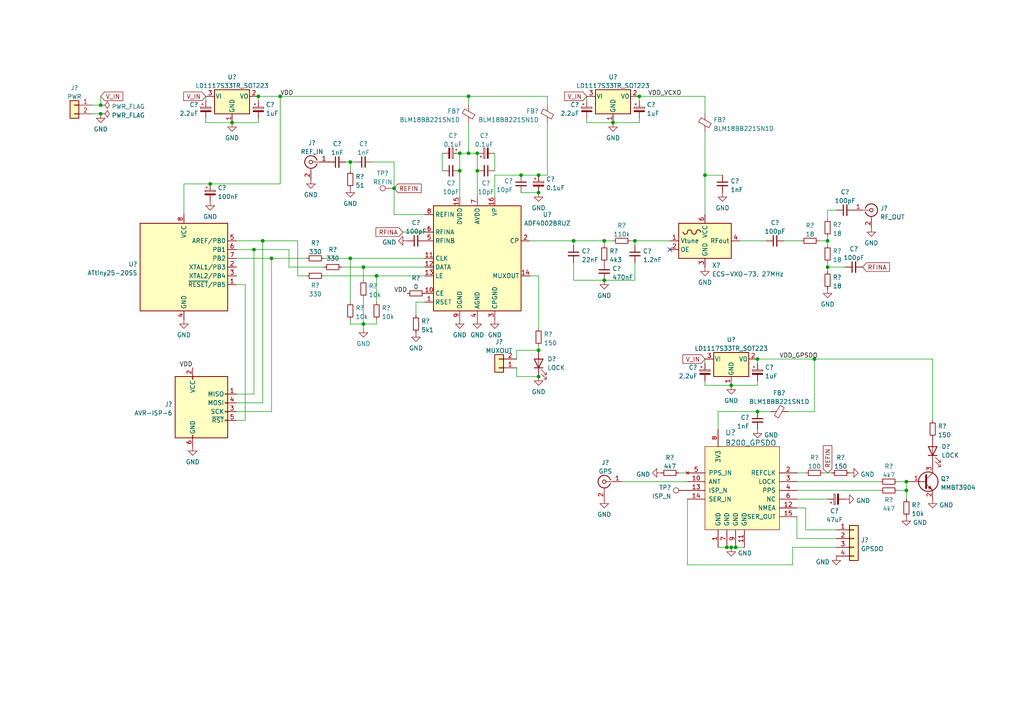
<source format=kicad_sch>
(kicad_sch (version 20211123) (generator eeschema)
  (paper "A4")
  (title_block (title "AD4002 27MHz PLL") (date "2022-04-08") (rev "1") (company "HB9EGM") (comment 1 "Compatible with USRP B200 GPSDO"))
  (lib_symbols
    (symbol "ADF4002_27MHz_PLL:B200_GPSDO" (pin_names (offset 1.016))
      (property "Reference" "U" (at 5.08 -10.16 0))
      (property "Value" "B200_GPSDO" (at 3.81 16.51 0))
      (symbol "B200_GPSDO_0_1"
        (rectangle (start -8.89 15.24) (end 12.7 -8.89) (fill (type background)))
      )
      (symbol "B200_GPSDO_1_1"
        (pin power_in line (at -5.08 -13.97 90) (length 5.08) (name "GND") (number "1"))
        (pin output line (at -13.97 5.08 0) (length 5.08) (name "ANT") (number "10"))
        (pin power_in line (at 2.54 -13.97 90) (length 5.08) (name "GND") (number "11"))
        (pin input line (at 17.78 -2.54 180) (length 5.08) (name "NMEA") (number "12"))
        (pin output line (at -13.97 2.54 0) (length 5.08) (name "ISP_N") (number "13"))
        (pin output line (at -13.97 0 0) (length 5.08) (name "SER_IN") (number "14"))
        (pin input line (at 17.78 -5.08 180) (length 5.08) (name "SER_OUT") (number "15"))
        (pin input line (at 17.78 7.62 180) (length 5.08) (name "REFCLK") (number "2"))
        (pin input line (at 17.78 5.08 180) (length 5.08) (name "LOCK") (number "3"))
        (pin input line (at 17.78 2.54 180) (length 5.08) (name "PPS") (number "4"))
        (pin no_connect line (at -13.97 7.62 0) (length 5.08) (name "PPS_IN") (number "5"))
        (pin input line (at 17.78 0 180) (length 5.08) (name "NC") (number "6"))
        (pin power_in line (at -2.54 -13.97 90) (length 5.08) (name "GND") (number "7"))
        (pin power_in line (at -5.08 20.32 270) (length 5.08) (name "3V3") (number "8"))
        (pin power_in line (at 0 -13.97 90) (length 5.08) (name "GND") (number "9"))
      )
    )
    (symbol "ADF4002_27MHz_PLL:ECS-VXO-73"
      (property "Reference" "X" (at -7.62 6.35 0))
      (property "Value" "ECS-VXO-73" (at 2.54 6.35 0))
      (symbol "ECS-VXO-73_0_1"
        (rectangle (start -7.62 5.08) (end 7.62 -5.08) (stroke (width 0.254)) (fill (type background)))
        (arc (start -6.35 2.54) (mid -5.715 1.905) (end -5.08 2.54) (stroke (width 0.254)))
        (arc (start -3.81 2.54) (mid -4.445 3.175) (end -5.08 2.54) (stroke (width 0.254)))
        (arc (start -3.81 2.54) (mid -3.175 1.905) (end -2.54 2.54) (stroke (width 0.254)))
        (arc (start -1.27 2.54) (mid -1.905 3.175) (end -2.54 2.54) (stroke (width 0.254)))
      )
      (symbol "ECS-VXO-73_1_1"
        (pin input line (at -10.16 0 0) (length 2.54) (name "Vtune") (number "1"))
        (pin input line (at -10.16 -2.54 0) (length 2.54) (name "OE") (number "2"))
        (pin power_in line (at 0 -7.62 90) (length 2.54) (name "GND") (number "3"))
        (pin output line (at 10.16 0 180) (length 2.54) (name "RFout") (number "4"))
        (pin no_connect line (at 2.54 7.62 270) (length 2.54) hide (name "NC") (number "5"))
        (pin power_in line (at 0 7.62 270) (length 2.54) (name "VCC") (number "6"))
      )
    )
    (symbol "Connector:AVR-ISP-6" (pin_names (offset 1.016))
      (property "Reference" "J" (at -6.35 11.43 0))
      (property "Value" "AVR-ISP-6" (at 0 11.43 0))
      (symbol "AVR-ISP-6_0_1"
        (rectangle (start -2.667 -6.858) (end -2.413 -7.62))
        (rectangle (start -2.667 10.16) (end -2.413 9.398))
        (rectangle (start 7.62 -2.413) (end 6.858 -2.667))
        (rectangle (start 7.62 0.127) (end 6.858 -0.127))
        (rectangle (start 7.62 2.667) (end 6.858 2.413))
        (rectangle (start 7.62 5.207) (end 6.858 4.953))
        (rectangle (start 7.62 10.16) (end -7.62 -7.62) (stroke (width 0.254)) (fill (type background)))
      )
      (symbol "AVR-ISP-6_1_1"
        (pin passive line (at 10.16 5.08 180) (length 2.54) (name "MISO") (number "1"))
        (pin passive line (at -2.54 12.7 270) (length 2.54) (name "VCC") (number "2"))
        (pin passive line (at 10.16 0 180) (length 2.54) (name "SCK") (number "3"))
        (pin passive line (at 10.16 2.54 180) (length 2.54) (name "MOSI") (number "4"))
        (pin passive line (at 10.16 -2.54 180) (length 2.54) (name "~{RST}") (number "5"))
        (pin passive line (at -2.54 -10.16 90) (length 2.54) (name "GND") (number "6"))
      )
    )
    (symbol "Connector:Conn_Coaxial" (pin_names (offset 1.016) hide)
      (property "Reference" "J" (at 0.254 3.048 0))
      (property "Value" "Conn_Coaxial" (at 2.921 0 90))
      (symbol "Conn_Coaxial_0_1"
        (arc (start -1.778 -0.508) (mid 0.222 -1.808) (end 1.778 0) (stroke (width 0.254)))
        (polyline (pts (xy -2.54 0) (xy -0.508 0)))
        (polyline (pts (xy 0 -2.54) (xy 0 -1.778)))
        (circle (center 0 0) (radius 0.508) (stroke (width 0.2032)))
        (arc (start 1.778 0) (mid 0.222 1.8083) (end -1.778 0.508) (stroke (width 0.254)))
      )
      (symbol "Conn_Coaxial_1_1"
        (pin passive line (at -5.08 0 0) (length 2.54) (name "In") (number "1"))
        (pin passive line (at 0 -5.08 90) (length 2.54) (name "Ext") (number "2"))
      )
    )
    (symbol "Connector:TestPoint" (pin_numbers hide) (pin_names (offset 0.762) hide)
      (property "Reference" "TP" (at 0 6.858 0))
      (property "Value" "TestPoint" (at 0 5.08 0))
      (symbol "TestPoint_0_1"
        (circle (center 0 3.302) (radius 0.762))
      )
      (symbol "TestPoint_1_1"
        (pin passive line (at 0 0 90) (length 2.54) (name "1") (number "1"))
      )
    )
    (symbol "Connector_Generic:Conn_01x02" (pin_names (offset 1.016) hide)
      (property "Reference" "J" (at 0 2.54 0))
      (property "Value" "Conn_01x02" (at 0 -5.08 0))
      (symbol "Conn_01x02_1_1"
        (rectangle (start -1.27 -2.413) (end 0 -2.667) (stroke (width 0.1524)))
        (rectangle (start -1.27 0.127) (end 0 -0.127) (stroke (width 0.1524)))
        (rectangle (start -1.27 1.27) (end 1.27 -3.81) (stroke (width 0.254)) (fill (type background)))
        (pin passive line (at -5.08 0 0) (length 3.81) (name "Pin_1") (number "1"))
        (pin passive line (at -5.08 -2.54 0) (length 3.81) (name "Pin_2") (number "2"))
      )
    )
    (symbol "Connector_Generic:Conn_01x04" (pin_names (offset 1.016) hide)
      (property "Reference" "J" (at 0 5.08 0))
      (property "Value" "Conn_01x04" (at 0 -7.62 0))
      (symbol "Conn_01x04_1_1"
        (rectangle (start -1.27 -4.953) (end 0 -5.207) (stroke (width 0.1524)))
        (rectangle (start -1.27 -2.413) (end 0 -2.667) (stroke (width 0.1524)))
        (rectangle (start -1.27 0.127) (end 0 -0.127) (stroke (width 0.1524)))
        (rectangle (start -1.27 2.667) (end 0 2.413) (stroke (width 0.1524)))
        (rectangle (start -1.27 3.81) (end 1.27 -6.35) (stroke (width 0.254)) (fill (type background)))
        (pin passive line (at -5.08 2.54 0) (length 3.81) (name "Pin_1") (number "1"))
        (pin passive line (at -5.08 0 0) (length 3.81) (name "Pin_2") (number "2"))
        (pin passive line (at -5.08 -2.54 0) (length 3.81) (name "Pin_3") (number "3"))
        (pin passive line (at -5.08 -5.08 0) (length 3.81) (name "Pin_4") (number "4"))
      )
    )
    (symbol "Device:C_Polarized_Small" (pin_numbers hide) (pin_names (offset 0.254) hide)
      (property "Reference" "C" (at 0.254 1.778 0))
      (property "Value" "C_Polarized_Small" (at 0.254 -2.032 0))
      (symbol "C_Polarized_Small_0_1"
        (rectangle (start -1.524 -0.3048) (end 1.524 -0.6858) (fill (type outline)))
        (rectangle (start -1.524 0.6858) (end 1.524 0.3048))
        (polyline (pts (xy -1.27 1.524) (xy -0.762 1.524)))
        (polyline (pts (xy -1.016 1.27) (xy -1.016 1.778)))
      )
      (symbol "C_Polarized_Small_1_1"
        (pin passive line (at 0 2.54 270) (length 1.8542) (name "~") (number "1"))
        (pin passive line (at 0 -2.54 90) (length 1.8542) (name "~") (number "2"))
      )
    )
    (symbol "Device:C_Small" (pin_numbers hide) (pin_names (offset 0.254) hide)
      (property "Reference" "C" (at 0.254 1.778 0))
      (property "Value" "C_Small" (at 0.254 -2.032 0))
      (symbol "C_Small_0_1"
        (polyline (pts (xy -1.524 -0.508) (xy 1.524 -0.508)) (stroke (width 0.3302)))
        (polyline (pts (xy -1.524 0.508) (xy 1.524 0.508)) (stroke (width 0.3048)))
      )
      (symbol "C_Small_1_1"
        (pin passive line (at 0 2.54 270) (length 2.032) (name "~") (number "1"))
        (pin passive line (at 0 -2.54 90) (length 2.032) (name "~") (number "2"))
      )
    )
    (symbol "Device:FerriteBead_Small" (pin_numbers hide) (pin_names (offset 0))
      (property "Reference" "FB" (at 1.905 1.27 0))
      (property "Value" "FerriteBead_Small" (at 1.905 -1.27 0))
      (symbol "FerriteBead_Small_0_1"
        (polyline (pts (xy 0 -1.27) (xy 0 -0.7874)))
        (polyline (pts (xy 0 0.889) (xy 0 1.2954)))
        (polyline (pts (xy -1.8288 0.2794) (xy -1.1176 1.4986) (xy 1.8288 -0.2032) (xy 1.1176 -1.4224) (xy -1.8288 0.2794)))
      )
      (symbol "FerriteBead_Small_1_1"
        (pin passive line (at 0 2.54 270) (length 1.27) (name "~") (number "1"))
        (pin passive line (at 0 -2.54 90) (length 1.27) (name "~") (number "2"))
      )
    )
    (symbol "Device:LED" (pin_numbers hide) (pin_names (offset 1.016) hide)
      (property "Reference" "D" (at 0 2.54 0))
      (property "Value" "LED" (at 0 -2.54 0))
      (symbol "LED_0_1"
        (polyline (pts (xy -1.27 -1.27) (xy -1.27 1.27)) (stroke (width 0.254)))
        (polyline (pts (xy -1.27 0) (xy 1.27 0)))
        (polyline (pts (xy 1.27 -1.27) (xy 1.27 1.27) (xy -1.27 0) (xy 1.27 -1.27)) (stroke (width 0.254)))
        (polyline (pts (xy -3.048 -0.762) (xy -4.572 -2.286) (xy -3.81 -2.286) (xy -4.572 -2.286) (xy -4.572 -1.524)))
        (polyline (pts (xy -1.778 -0.762) (xy -3.302 -2.286) (xy -2.54 -2.286) (xy -3.302 -2.286) (xy -3.302 -1.524)))
      )
      (symbol "LED_1_1"
        (pin passive line (at -3.81 0 0) (length 2.54) (name "K") (number "1"))
        (pin passive line (at 3.81 0 180) (length 2.54) (name "A") (number "2"))
      )
    )
    (symbol "Device:R_Small" (pin_numbers hide) (pin_names (offset 0.254) hide)
      (property "Reference" "R" (at 0.762 0.508 0))
      (property "Value" "R_Small" (at 0.762 -1.016 0))
      (symbol "R_Small_0_1"
        (rectangle (start -0.762 1.778) (end 0.762 -1.778) (stroke (width 0.2032)))
      )
      (symbol "R_Small_1_1"
        (pin passive line (at 0 2.54 270) (length 0.762) (name "~") (number "1"))
        (pin passive line (at 0 -2.54 90) (length 0.762) (name "~") (number "2"))
      )
    )
    (symbol "MCU_Microchip_ATtiny:ATtiny25-20SS"
      (property "Reference" "U" (at -12.7 13.97 0))
      (property "Value" "ATtiny25-20SS" (at 2.54 -13.97 0))
      (symbol "ATtiny25-20SS_0_1"
        (rectangle (start -12.7 -12.7) (end 12.7 12.7) (stroke (width 0.254)) (fill (type background)))
      )
      (symbol "ATtiny25-20SS_1_1"
        (pin bidirectional line (at 15.24 -5.08 180) (length 2.54) (name "~{RESET}/PB5") (number "1"))
        (pin bidirectional line (at 15.24 0 180) (length 2.54) (name "XTAL1/PB3") (number "2"))
        (pin bidirectional line (at 15.24 -2.54 180) (length 2.54) (name "XTAL2/PB4") (number "3"))
        (pin power_in line (at 0 -15.24 90) (length 2.54) (name "GND") (number "4"))
        (pin bidirectional line (at 15.24 7.62 180) (length 2.54) (name "AREF/PB0") (number "5"))
        (pin bidirectional line (at 15.24 5.08 180) (length 2.54) (name "PB1") (number "6"))
        (pin bidirectional line (at 15.24 2.54 180) (length 2.54) (name "PB2") (number "7"))
        (pin power_in line (at 0 15.24 270) (length 2.54) (name "VCC") (number "8"))
      )
    )
    (symbol "Regulator_Linear:LD1117S33TR_SOT223" (pin_names (offset 0.254))
      (property "Reference" "U" (at -3.81 3.175 0))
      (property "Value" "LD1117S33TR_SOT223" (at 0 3.175 0))
      (symbol "LD1117S33TR_SOT223_0_1"
        (rectangle (start -5.08 -5.08) (end 5.08 1.905) (stroke (width 0.254)) (fill (type background)))
      )
      (symbol "LD1117S33TR_SOT223_1_1"
        (pin power_in line (at 0 -7.62 90) (length 2.54) (name "GND") (number "1"))
        (pin power_out line (at 7.62 0 180) (length 2.54) (name "VO") (number "2"))
        (pin power_in line (at -7.62 0 0) (length 2.54) (name "VI") (number "3"))
      )
    )
    (symbol "Timer_PLL:ADF4002BRUZ"
      (property "Reference" "U" (at 12.7 16.51 0))
      (property "Value" "ADF4002BRUZ" (at 0 0 0))
      (symbol "ADF4002BRUZ_0_1"
        (rectangle (start -12.7 15.24) (end 12.7 -15.24) (stroke (width 0.254)) (fill (type background)))
      )
      (symbol "ADF4002BRUZ_1_1"
        (pin input line (at -15.24 -12.7 0) (length 2.54) (name "RSET") (number "1"))
        (pin input line (at -15.24 -10.16 0) (length 2.54) (name "CE") (number "10"))
        (pin input line (at -15.24 0 0) (length 2.54) (name "CLK") (number "11"))
        (pin input line (at -15.24 -2.54 0) (length 2.54) (name "DATA") (number "12"))
        (pin input line (at -15.24 -5.08 0) (length 2.54) (name "LE") (number "13"))
        (pin output line (at 15.24 -5.08 180) (length 2.54) (name "MUXOUT") (number "14"))
        (pin power_in line (at -5.08 17.78 270) (length 2.54) (name "DVDD") (number "15"))
        (pin power_in line (at 5.08 17.78 270) (length 2.54) (name "VP") (number "16"))
        (pin output line (at 15.24 5.08 180) (length 2.54) (name "CP") (number "2"))
        (pin power_in line (at 5.08 -17.78 90) (length 2.54) (name "CPGND") (number "3"))
        (pin power_in line (at 0 -17.78 90) (length 2.54) (name "AGND") (number "4"))
        (pin input line (at -15.24 5.08 0) (length 2.54) (name "RFINB") (number "5"))
        (pin input line (at -15.24 7.62 0) (length 2.54) (name "RFINA") (number "6"))
        (pin power_in line (at 0 17.78 270) (length 2.54) (name "AVDD") (number "7"))
        (pin input line (at -15.24 12.7 0) (length 2.54) (name "REFIN") (number "8"))
        (pin power_in line (at -5.08 -17.78 90) (length 2.54) (name "DGND") (number "9"))
      )
    )
    (symbol "Transistor_BJT:MMBT3904" (pin_names (offset 0) hide)
      (property "Reference" "Q" (at 5.08 1.905 0))
      (property "Value" "MMBT3904" (at 5.08 0 0))
      (symbol "MMBT3904_0_1"
        (polyline (pts (xy 0.635 0.635) (xy 2.54 2.54)))
        (polyline (pts (xy 0.635 -0.635) (xy 2.54 -2.54) (xy 2.54 -2.54)))
        (polyline (pts (xy 0.635 1.905) (xy 0.635 -1.905) (xy 0.635 -1.905)) (stroke (width 0.508)))
        (polyline (pts (xy 1.27 -1.778) (xy 1.778 -1.27) (xy 2.286 -2.286) (xy 1.27 -1.778) (xy 1.27 -1.778)) (fill (type outline)))
        (circle (center 1.27 0) (radius 2.8194) (stroke (width 0.254)))
      )
      (symbol "MMBT3904_1_1"
        (pin input line (at -5.08 0 0) (length 5.715) (name "B") (number "1"))
        (pin passive line (at 2.54 -5.08 90) (length 2.54) (name "E") (number "2"))
        (pin passive line (at 2.54 5.08 270) (length 2.54) (name "C") (number "3"))
      )
    )
    (symbol "power:GND" (power) (pin_names (offset 0))
      (property "Value" "GND" (at 0 -3.81 0))
      (symbol "GND_0_1"
        (polyline (pts (xy 0 0) (xy 0 -1.27) (xy 1.27 -1.27) (xy 0 -2.54) (xy -1.27 -1.27) (xy 0 -1.27)))
      )
      (symbol "GND_1_1"
        (pin power_in line (at 0 0 270) (length 0) hide (name "GND") (number "1"))
      )
    )
    (symbol "power:PWR_FLAG" (power) (pin_numbers hide) (pin_names (offset 0) hide)
      (property "Value" "PWR_FLAG" (at 0 3.81 0))
      (symbol "PWR_FLAG_0_0"
        (pin power_out line (at 0 0 90) (length 0) (name "pwr") (number "1"))
      )
      (symbol "PWR_FLAG_0_1"
        (polyline (pts (xy 0 0) (xy 0 1.27) (xy -1.016 1.905) (xy 0 2.54) (xy 1.016 1.905) (xy 0 1.27)))
      )
    )
  )
  (junction (at 151.13 50.8))
  (junction (at 212.09 111.76))
  (junction (at 240.03 69.85))
  (junction (at 29.21 33.02))
  (junction (at 138.43 49.53))
  (junction (at 101.6 74.93))
  (junction (at 114.3 54.61))
  (junction (at 81.28 27.94))
  (junction (at 67.31 35.56))
  (junction (at 184.15 69.85))
  (junction (at 105.41 77.47))
  (junction (at 135.89 44.45))
  (junction (at 156.21 55.88))
  (junction (at 133.35 44.45))
  (junction (at 262.89 142.24))
  (junction (at 204.47 50.8))
  (junction (at 185.42 27.94))
  (junction (at 156.21 101.6))
  (junction (at 213.36 158.75))
  (junction (at 240.03 77.47))
  (junction (at 177.8 35.56))
  (junction (at 101.6 46.99))
  (junction (at 175.26 69.85))
  (junction (at 166.37 69.85))
  (junction (at 76.2 69.85))
  (junction (at 219.71 119.38))
  (junction (at 133.35 49.53))
  (junction (at 175.26 81.28))
  (junction (at 135.89 27.94))
  (junction (at 109.22 80.01))
  (junction (at 262.89 139.7))
  (junction (at 73.66 72.39))
  (junction (at 74.93 27.94))
  (junction (at 29.21 30.48))
  (junction (at 138.43 44.45))
  (junction (at 78.74 74.93))
  (junction (at 212.09 158.75))
  (junction (at 156.21 50.8))
  (junction (at 156.21 109.22))
  (junction (at 60.96 53.34))
  (junction (at 105.41 93.98))
  (junction (at 236.22 104.14))
  (junction (at 219.71 104.14))
  (junction (at 210.82 158.75))
  (no_connect (at 194.31 72.39))
  (wire (pts (xy 212.09 158.75) (xy 213.36 158.75)))
  (wire (pts (xy 151.13 55.88) (xy 156.21 55.88)))
  (wire (pts (xy 227.33 69.85) (xy 232.41 69.85)))
  (wire (pts (xy 166.37 81.28) (xy 175.26 81.28)))
  (wire (pts (xy 156.21 80.01) (xy 153.67 80.01)))
  (wire (pts (xy 166.37 69.85) (xy 175.26 69.85)))
  (wire (pts (xy 138.43 49.53) (xy 138.43 57.15)))
  (wire (pts (xy 74.93 35.56) (xy 74.93 34.29)))
  (wire (pts (xy 29.21 33.02) (xy 26.67 33.02)))
  (wire (pts (xy 114.3 62.23) (xy 114.3 54.61)))
  (wire (pts (xy 143.51 44.45) (xy 143.51 49.53)))
  (wire (pts (xy 204.47 33.02) (xy 204.47 27.94)))
  (wire (pts (xy 105.41 86.36) (xy 105.41 93.98)))
  (wire (pts (xy 184.15 71.12) (xy 184.15 69.85)))
  (wire (pts (xy 83.82 77.47) (xy 93.98 77.47)))
  (wire (pts (xy 170.18 27.94) (xy 170.18 29.21)))
  (wire (pts (xy 231.14 139.7) (xy 255.27 139.7)))
  (wire (pts (xy 204.47 111.76) (xy 212.09 111.76)))
  (wire (pts (xy 233.68 153.67) (xy 233.68 147.32)))
  (wire (pts (xy 210.82 158.75) (xy 212.09 158.75)))
  (wire (pts (xy 73.66 72.39) (xy 73.66 114.3)))
  (wire (pts (xy 68.58 121.92) (xy 71.12 121.92)))
  (wire (pts (xy 135.89 44.45) (xy 138.43 44.45)))
  (wire (pts (xy 170.18 34.29) (xy 170.18 35.56)))
  (wire (pts (xy 101.6 46.99) (xy 102.87 46.99)))
  (wire (pts (xy 59.69 27.94) (xy 59.69 29.21)))
  (wire (pts (xy 135.89 27.94) (xy 158.75 27.94)))
  (wire (pts (xy 185.42 27.94) (xy 204.47 27.94)))
  (wire (pts (xy 214.63 69.85) (xy 222.25 69.85)))
  (wire (pts (xy 233.68 147.32) (xy 231.14 147.32)))
  (wire (pts (xy 213.36 158.75) (xy 215.9 158.75)))
  (wire (pts (xy 135.89 44.45) (xy 133.35 44.45)))
  (wire (pts (xy 86.36 80.01) (xy 86.36 69.85)))
  (wire (pts (xy 60.96 53.34) (xy 53.34 53.34)))
  (wire (pts (xy 86.36 69.85) (xy 76.2 69.85)))
  (wire (pts (xy 78.74 74.93) (xy 78.74 119.38)))
  (wire (pts (xy 59.69 35.56) (xy 67.31 35.56)))
  (wire (pts (xy 73.66 72.39) (xy 83.82 72.39)))
  (wire (pts (xy 138.43 44.45) (xy 138.43 49.53)))
  (wire (pts (xy 170.18 35.56) (xy 177.8 35.56)))
  (wire (pts (xy 114.3 54.61) (xy 114.3 46.99)))
  (wire (pts (xy 238.76 137.16) (xy 241.3 137.16)))
  (wire (pts (xy 149.86 109.22) (xy 156.21 109.22)))
  (wire (pts (xy 143.51 50.8) (xy 151.13 50.8)))
  (wire (pts (xy 240.03 77.47) (xy 245.11 77.47)))
  (wire (pts (xy 109.22 80.01) (xy 123.19 80.01)))
  (wire (pts (xy 240.03 69.85) (xy 240.03 68.58)))
  (wire (pts (xy 231.14 142.24) (xy 255.27 142.24)))
  (wire (pts (xy 73.66 114.3) (xy 68.58 114.3)))
  (wire (pts (xy 53.34 53.34) (xy 53.34 62.23)))
  (wire (pts (xy 156.21 95.25) (xy 156.21 80.01)))
  (wire (pts (xy 184.15 69.85) (xy 194.31 69.85)))
  (wire (pts (xy 185.42 35.56) (xy 185.42 34.29)))
  (wire (pts (xy 135.89 27.94) (xy 135.89 30.48)))
  (wire (pts (xy 120.65 87.63) (xy 123.19 87.63)))
  (wire (pts (xy 78.74 119.38) (xy 68.58 119.38)))
  (wire (pts (xy 240.03 69.85) (xy 240.03 71.12)))
  (wire (pts (xy 175.26 69.85) (xy 175.26 71.12)))
  (wire (pts (xy 101.6 93.98) (xy 105.41 93.98)))
  (wire (pts (xy 100.33 46.99) (xy 101.6 46.99)))
  (wire (pts (xy 86.36 80.01) (xy 88.9 80.01)))
  (wire (pts (xy 99.06 77.47) (xy 105.41 77.47)))
  (wire (pts (xy 242.57 156.21) (xy 231.14 156.21)))
  (wire (pts (xy 219.71 104.14) (xy 236.22 104.14)))
  (wire (pts (xy 236.22 104.14) (xy 270.51 104.14)))
  (wire (pts (xy 228.6 119.38) (xy 236.22 119.38)))
  (wire (pts (xy 105.41 93.98) (xy 105.41 95.25)))
  (wire (pts (xy 208.28 158.75) (xy 210.82 158.75)))
  (wire (pts (xy 26.67 30.48) (xy 29.21 30.48)))
  (wire (pts (xy 76.2 116.84) (xy 68.58 116.84)))
  (wire (pts (xy 175.26 69.85) (xy 177.8 69.85)))
  (wire (pts (xy 184.15 69.85) (xy 182.88 69.85)))
  (wire (pts (xy 120.65 91.44) (xy 120.65 87.63)))
  (wire (pts (xy 109.22 92.71) (xy 109.22 93.98)))
  (wire (pts (xy 196.85 137.16) (xy 199.39 137.16)))
  (wire (pts (xy 68.58 69.85) (xy 76.2 69.85)))
  (wire (pts (xy 240.03 60.96) (xy 240.03 63.5)))
  (wire (pts (xy 107.95 46.99) (xy 114.3 46.99)))
  (wire (pts (xy 219.71 119.38) (xy 223.52 119.38)))
  (wire (pts (xy 67.31 35.56) (xy 74.93 35.56)))
  (wire (pts (xy 133.35 49.53) (xy 133.35 57.15)))
  (wire (pts (xy 105.41 77.47) (xy 105.41 81.28)))
  (wire (pts (xy 101.6 74.93) (xy 101.6 87.63)))
  (wire (pts (xy 231.14 144.78) (xy 240.03 144.78)))
  (wire (pts (xy 149.86 104.14) (xy 149.86 101.6)))
  (wire (pts (xy 101.6 46.99) (xy 101.6 49.53)))
  (wire (pts (xy 262.89 142.24) (xy 262.89 139.7)))
  (wire (pts (xy 81.28 27.94) (xy 135.89 27.94)))
  (wire (pts (xy 204.47 104.14) (xy 204.47 105.41)))
  (wire (pts (xy 74.93 27.94) (xy 81.28 27.94)))
  (wire (pts (xy 229.87 158.75) (xy 229.87 163.83)))
  (wire (pts (xy 29.21 27.94) (xy 29.21 30.48)))
  (wire (pts (xy 260.35 142.24) (xy 262.89 142.24)))
  (wire (pts (xy 133.35 44.45) (xy 133.35 49.53)))
  (wire (pts (xy 229.87 163.83) (xy 199.39 163.83)))
  (wire (pts (xy 240.03 77.47) (xy 240.03 78.74)))
  (wire (pts (xy 149.86 106.68) (xy 149.86 109.22)))
  (wire (pts (xy 116.84 67.31) (xy 123.19 67.31)))
  (wire (pts (xy 260.35 139.7) (xy 262.89 139.7)))
  (wire (pts (xy 204.47 110.49) (xy 204.47 111.76)))
  (wire (pts (xy 184.15 81.28) (xy 175.26 81.28)))
  (wire (pts (xy 93.98 80.01) (xy 109.22 80.01)))
  (wire (pts (xy 143.51 57.15) (xy 143.51 50.8)))
  (wire (pts (xy 101.6 93.98) (xy 101.6 92.71)))
  (wire (pts (xy 71.12 121.92) (xy 71.12 82.55)))
  (wire (pts (xy 242.57 153.67) (xy 233.68 153.67)))
  (wire (pts (xy 180.34 139.7) (xy 199.39 139.7)))
  (wire (pts (xy 109.22 93.98) (xy 105.41 93.98)))
  (wire (pts (xy 166.37 76.2) (xy 166.37 81.28)))
  (wire (pts (xy 156.21 100.33) (xy 156.21 101.6)))
  (wire (pts (xy 219.71 105.41) (xy 219.71 104.14)))
  (wire (pts (xy 153.67 69.85) (xy 166.37 69.85)))
  (wire (pts (xy 242.57 158.75) (xy 229.87 158.75)))
  (wire (pts (xy 158.75 30.48) (xy 158.75 27.94)))
  (wire (pts (xy 101.6 74.93) (xy 123.19 74.93)))
  (wire (pts (xy 204.47 38.1) (xy 204.47 50.8)))
  (wire (pts (xy 212.09 111.76) (xy 219.71 111.76)))
  (wire (pts (xy 135.89 35.56) (xy 135.89 44.45)))
  (wire (pts (xy 240.03 76.2) (xy 240.03 77.47)))
  (wire (pts (xy 177.8 35.56) (xy 185.42 35.56)))
  (wire (pts (xy 76.2 69.85) (xy 76.2 116.84)))
  (wire (pts (xy 105.41 77.47) (xy 123.19 77.47)))
  (wire (pts (xy 231.14 137.16) (xy 233.68 137.16)))
  (wire (pts (xy 219.71 111.76) (xy 219.71 110.49)))
  (wire (pts (xy 158.75 35.56) (xy 158.75 50.8)))
  (wire (pts (xy 237.49 69.85) (xy 240.03 69.85)))
  (wire (pts (xy 123.19 62.23) (xy 114.3 62.23)))
  (wire (pts (xy 231.14 156.21) (xy 231.14 149.86)))
  (wire (pts (xy 128.27 44.45) (xy 128.27 49.53)))
  (wire (pts (xy 93.98 74.93) (xy 101.6 74.93)))
  (wire (pts (xy 149.86 101.6) (xy 156.21 101.6)))
  (wire (pts (xy 242.57 60.96) (xy 240.03 60.96)))
  (wire (pts (xy 236.22 119.38) (xy 236.22 104.14)))
  (wire (pts (xy 68.58 74.93) (xy 78.74 74.93)))
  (wire (pts (xy 270.51 121.92) (xy 270.51 104.14)))
  (wire (pts (xy 204.47 50.8) (xy 209.55 50.8)))
  (wire (pts (xy 208.28 119.38) (xy 208.28 124.46)))
  (wire (pts (xy 204.47 50.8) (xy 204.47 62.23)))
  (wire (pts (xy 81.28 53.34) (xy 81.28 27.94)))
  (wire (pts (xy 78.74 74.93) (xy 88.9 74.93)))
  (wire (pts (xy 208.28 119.38) (xy 219.71 119.38)))
  (wire (pts (xy 59.69 34.29) (xy 59.69 35.56)))
  (wire (pts (xy 199.39 163.83) (xy 199.39 144.78)))
  (wire (pts (xy 71.12 82.55) (xy 68.58 82.55)))
  (wire (pts (xy 185.42 29.21) (xy 185.42 27.94)))
  (wire (pts (xy 262.89 142.24) (xy 262.89 144.78)))
  (wire (pts (xy 74.93 29.21) (xy 74.93 27.94)))
  (wire (pts (xy 166.37 69.85) (xy 166.37 71.12)))
  (wire (pts (xy 151.13 50.8) (xy 156.21 50.8)))
  (wire (pts (xy 60.96 53.34) (xy 81.28 53.34)))
  (wire (pts (xy 109.22 80.01) (xy 109.22 87.63)))
  (wire (pts (xy 156.21 50.8) (xy 158.75 50.8)))
  (wire (pts (xy 184.15 76.2) (xy 184.15 81.28)))
  (wire (pts (xy 68.58 72.39) (xy 73.66 72.39)))
  (wire (pts (xy 83.82 72.39) (xy 83.82 77.47)))
  (label "VDD_VCXO" (at 187.96 27.94 0))
  (label "VDD" (at 55.88 106.68 180))
  (label "VDD" (at 81.28 27.94 0))
  (label "VDD_GPSDO" (at 226.06 104.14 0))
  (label "VDD" (at 118.11 85.09 180))
  (global_label "V_IN" (shape input) (at 204.47 104.14 180) (property "Intersheet References" "${INTERSHEET_REFS}" (effects hide)))
  (global_label "REFIN" (shape input) (at 240.03 137.16 90) (property "Intersheet References" "${INTERSHEET_REFS}" (effects hide)))
  (global_label "V_IN" (shape input) (at 170.18 27.94 180) (property "Intersheet References" "${INTERSHEET_REFS}" (effects hide)))
  (global_label "REFIN" (shape input) (at 114.3 54.61 0) (property "Intersheet References" "${INTERSHEET_REFS}" (effects hide)))
  (global_label "RFINA" (shape input) (at 116.84 67.31 180) (property "Intersheet References" "${INTERSHEET_REFS}" (effects hide)))
  (global_label "V_IN" (shape input) (at 59.69 27.94 180) (property "Intersheet References" "${INTERSHEET_REFS}" (effects hide)))
  (global_label "RFINA" (shape input) (at 250.19 77.47 0) (property "Intersheet References" "${INTERSHEET_REFS}" (effects hide)))
  (global_label "V_IN" (shape input) (at 29.21 27.94 0) (property "Intersheet References" "${INTERSHEET_REFS}" (effects hide)))
  (symbol (lib_id "Device:R_Small") (at 236.22 137.16 270) (unit 1)
    (property "Reference" "R?" (at 236.22 132.7236 90))
    (property "Value" "100" (at 236.22 135.2605 90))
  )
  (symbol (lib_id "power:GND") (at 156.21 109.22 0) (unit 1)
    (property "Reference" "#PWR?" (effects hide))
    (property "Value" "GND" (at 156.21 113.6634 0))
  )
  (symbol (lib_id "power:GND") (at 242.57 161.29 0) (unit 1)
    (property "Reference" "#PWR?" (effects hide))
    (property "Value" "GND" (at 240.6651 162.9938 0) (effects (justify right)))
  )
  (symbol (lib_id "Device:R_Small") (at 175.26 73.66 180) (unit 1)
    (property "Reference" "R?" (at 176.7586 72.8253 0) (effects (justify right)))
    (property "Value" "4k3" (at 176.7586 75.3622 0) (effects (justify right)))
  )
  (symbol (lib_id "Device:C_Polarized_Small") (at 204.47 107.95 0) (unit 1)
    (property "Reference" "C?" (at 202.311 106.5692 0) (effects (justify right)))
    (property "Value" "2.2uF" (at 202.311 109.1061 0) (effects (justify right)))
  )
  (symbol (lib_id "Device:C_Small") (at 219.71 121.92 0) (unit 1)
    (property "Reference" "C?" (at 217.386 121.0916 0) (effects (justify right)))
    (property "Value" "1nF" (at 217.386 123.6285 0) (effects (justify right)))
  )
  (symbol (lib_id "Device:C_Polarized_Small") (at 74.93 31.75 0) (unit 1)
    (property "Reference" "C?" (at 77.089 30.3692 0) (effects (justify left)))
    (property "Value" "1uF" (at 77.089 32.9061 0) (effects (justify left)))
  )
  (symbol (lib_id "Device:R_Small") (at 243.84 137.16 270) (unit 1)
    (property "Reference" "R?" (at 243.84 132.7236 90))
    (property "Value" "150" (at 243.84 135.2605 90))
  )
  (symbol (lib_id "Connector_Generic:Conn_01x02") (at 21.59 30.48 0) (mirror y) (unit 1)
    (property "Reference" "J?" (at 21.59 25.5102 0))
    (property "Value" "PWR" (at 21.59 28.0471 0))
  )
  (symbol (lib_id "Device:R_Small") (at 194.31 137.16 270) (unit 1)
    (property "Reference" "R?" (at 194.31 132.7236 90))
    (property "Value" "4k7" (at 194.31 135.2605 90))
  )
  (symbol (lib_id "power:GND") (at 175.26 144.78 0) (unit 1)
    (property "Reference" "#PWR?" (effects hide))
    (property "Value" "GND" (at 175.26 149.2234 0))
  )
  (symbol (lib_id "Timer_PLL:ADF4002BRUZ") (at 138.43 74.93 0) (unit 1)
    (property "Reference" "U?" (at 158.75 62.23 0))
    (property "Value" "ADF4002BRUZ" (at 158.75 64.7669 0))
    (property "Footprint" "Package_SO:TSSOP-16_4.4x5mm_P0.65mm" (effects hide))
    (property "Datasheet" "https://www.analog.com/media/en/technical-documentation/data-sheets/ADF4002.pdf" (effects hide))
  )
  (symbol (lib_id "Device:R_Small") (at 105.41 83.82 180) (unit 1)
    (property "Reference" "R?" (at 106.9086 82.9853 0) (effects (justify right)))
    (property "Value" "10k" (at 106.9086 85.5222 0) (effects (justify right)))
  )
  (symbol (lib_id "Connector:Conn_Coaxial") (at 252.73 60.96 0) (unit 1)
    (property "Reference" "J?" (at 255.27 60.4185 0) (effects (justify left)))
    (property "Value" "RF_OUT" (at 255.27 62.9554 0) (effects (justify left)))
    (property "Datasheet" " ~" (effects hide))
  )
  (symbol (lib_id "Device:C_Small") (at 140.97 49.53 270) (unit 1)
    (property "Reference" "C?" (at 140.9636 53.1225 90))
    (property "Value" "10pF" (at 140.9636 55.6594 90))
  )
  (symbol (lib_id "Device:C_Polarized_Small") (at 140.97 44.45 90) (unit 1)
    (property "Reference" "C?" (at 140.4239 39.3532 90))
    (property "Value" "0.1uF" (at 140.4239 41.8901 90))
  )
  (symbol (lib_id "power:GND") (at 53.34 92.71 0) (unit 1)
    (property "Reference" "#PWR?" (effects hide))
    (property "Value" "GND" (at 53.34 97.1534 0))
  )
  (symbol (lib_id "Device:C_Small") (at 224.79 69.85 90) (unit 1)
    (property "Reference" "C?" (at 224.7963 64.5881 90))
    (property "Value" "100pF" (at 224.7963 67.125 90))
  )
  (symbol (lib_id "Device:C_Polarized_Small") (at 60.96 55.88 0) (unit 1)
    (property "Reference" "C?" (at 63.119 54.4992 0) (effects (justify left)))
    (property "Value" "100nF" (at 63.119 57.0361 0) (effects (justify left)))
  )
  (symbol (lib_id "Device:FerriteBead_Small") (at 135.89 33.02 180) (unit 1)
    (property "Reference" "FB?" (at 133.4263 32.2234 0) (effects (justify left)))
    (property "Value" "BLM18BB221SN1D" (at 133.4263 34.7603 0) (effects (justify left)))
    (property "Footprint" "Resistor_SMD:R_0603_1608Metric_Pad0.98x0.95mm_HandSolder" (effects hide))
  )
  (symbol (lib_id "Device:R_Small") (at 120.65 85.09 270) (unit 1)
    (property "Reference" "R?" (at 120.65 80.6536 90))
    (property "Value" "0" (at 120.65 83.1905 90))
  )
  (symbol (lib_id "Device:R_Small") (at 91.44 74.93 90) (unit 1)
    (property "Reference" "R?" (at 91.44 70.4936 90))
    (property "Value" "330" (at 91.44 73.0305 90))
  )
  (symbol (lib_id "power:GND") (at 105.41 95.25 0) (unit 1)
    (property "Reference" "#PWR?" (effects hide))
    (property "Value" "GND" (at 105.41 99.6934 0))
  )
  (symbol (lib_id "power:GND") (at 138.43 92.71 0) (unit 1)
    (property "Reference" "#PWR?" (effects hide))
    (property "Value" "GND" (at 138.43 97.1534 0))
  )
  (symbol (lib_id "Device:LED") (at 156.21 105.41 90) (unit 1)
    (property "Reference" "D?" (at 158.75 104.14 90) (effects (justify right)))
    (property "Value" "LOCK" (at 158.75 106.6769 90) (effects (justify right)))
  )
  (symbol (lib_id "Device:R_Small") (at 156.21 97.79 0) (unit 1)
    (property "Reference" "R?" (at 157.7086 96.9553 0) (effects (justify left)))
    (property "Value" "150" (at 157.7086 99.4922 0) (effects (justify left)))
  )
  (symbol (lib_id "power:GND") (at 177.8 35.56 0) (unit 1)
    (property "Reference" "#PWR?" (effects hide))
    (property "Value" "GND" (at 177.8 40.0034 0))
  )
  (symbol (lib_id "Device:R_Small") (at 120.65 93.98 180) (unit 1)
    (property "Reference" "R?" (at 122.1486 93.1453 0) (effects (justify right)))
    (property "Value" "5k1" (at 122.1486 95.6822 0) (effects (justify right)))
  )
  (symbol (lib_id "power:GND") (at 270.51 144.78 0) (unit 1)
    (property "Reference" "#PWR?" (effects hide))
    (property "Value" "GND" (at 272.415 146.4838 0) (effects (justify left)))
  )
  (symbol (lib_id "power:GND") (at 246.38 137.16 90) (unit 1)
    (property "Reference" "#PWR?" (effects hide))
    (property "Value" "GND" (at 249.555 137.5938 90) (effects (justify right)))
  )
  (symbol (lib_id "Connector_Generic:Conn_01x04") (at 247.65 156.21 0) (unit 1)
    (property "Reference" "J?" (at 249.682 156.6453 0) (effects (justify left)))
    (property "Value" "GPSDO" (at 249.682 159.1822 0) (effects (justify left)))
  )
  (symbol (lib_id "Device:FerriteBead_Small") (at 226.06 119.38 90) (unit 1)
    (property "Reference" "FB?" (at 226.0219 113.9784 90))
    (property "Value" "BLM18BB221SN1D" (at 226.0219 116.5153 90))
    (property "Footprint" "Resistor_SMD:R_0603_1608Metric_Pad0.98x0.95mm_HandSolder" (effects hide))
  )
  (symbol (lib_id "power:GND") (at 118.11 69.85 270) (unit 1)
    (property "Reference" "#PWR?" (effects hide))
    (property "Value" "GND" (at 114.9351 70.2838 90) (effects (justify right)))
  )
  (symbol (lib_id "power:GND") (at 175.26 81.28 0) (unit 1)
    (property "Reference" "#PWR?" (effects hide))
    (property "Value" "GND" (at 175.26 85.7234 0))
  )
  (symbol (lib_id "Device:R_Small") (at 96.52 77.47 90) (unit 1)
    (property "Reference" "R?" (at 96.52 72.39 90))
    (property "Value" "330" (at 96.52 74.93 90))
  )
  (symbol (lib_id "power:GND") (at 120.65 96.52 0) (unit 1)
    (property "Reference" "#PWR?" (effects hide))
    (property "Value" "GND" (at 120.65 100.9634 0))
  )
  (symbol (lib_id "power:GND") (at 60.96 58.42 0) (unit 1)
    (property "Reference" "#PWR?" (effects hide))
    (property "Value" "GND" (at 60.96 62.8634 0))
  )
  (symbol (lib_id "Connector:TestPoint") (at 114.3 54.61 90) (unit 1)
    (property "Reference" "TP?" (at 110.998 50.2752 90))
    (property "Value" "REFIN" (at 110.998 52.8121 90))
  )
  (symbol (lib_id "Device:R_Small") (at 101.6 90.17 180) (unit 1)
    (property "Reference" "R?" (at 103.0986 89.3353 0) (effects (justify right)))
    (property "Value" "10k" (at 103.0986 91.8722 0) (effects (justify right)))
  )
  (symbol (lib_id "Device:R_Small") (at 101.6 52.07 180) (unit 1)
    (property "Reference" "R?" (at 103.0986 51.2353 0) (effects (justify right)))
    (property "Value" "51" (at 103.0986 53.7722 0) (effects (justify right)))
  )
  (symbol (lib_id "Device:C_Small") (at 151.13 53.34 0) (unit 1)
    (property "Reference" "C?" (at 148.806 52.5116 0) (effects (justify right)))
    (property "Value" "10pF" (at 148.806 55.0485 0) (effects (justify right)))
  )
  (symbol (lib_id "Device:LED") (at 270.51 130.81 90) (unit 1)
    (property "Reference" "D?" (at 273.05 129.54 90) (effects (justify right)))
    (property "Value" "LOCK" (at 273.05 132.0769 90) (effects (justify right)))
  )
  (symbol (lib_id "Device:C_Small") (at 209.55 53.34 0) (unit 1)
    (property "Reference" "C?" (at 211.8741 52.5116 0) (effects (justify left)))
    (property "Value" "1nF" (at 211.8741 55.0485 0) (effects (justify left)))
  )
  (symbol (lib_id "ADF4002_27MHz_PLL:B200_GPSDO") (at 213.36 144.78 0) (unit 1)
    (property "Reference" "U?" (at 210.2994 125.4559 0) (effects (font (size 1.524 1.524)) (justify left)))
    (property "Value" "B200_GPSDO" (at 210.2994 128.4493 0) (effects (font (size 1.524 1.524)) (justify left)))
  )
  (symbol (lib_id "Device:C_Small") (at 175.26 78.74 0) (unit 1)
    (property "Reference" "C?" (at 177.5841 77.9116 0) (effects (justify left)))
    (property "Value" "470nF" (at 177.5841 80.4485 0) (effects (justify left)))
  )
  (symbol (lib_id "Device:R_Small") (at 270.51 124.46 0) (unit 1)
    (property "Reference" "R?" (at 272.0086 123.6253 0) (effects (justify left)))
    (property "Value" "150" (at 272.0086 126.1622 0) (effects (justify left)))
  )
  (symbol (lib_id "power:GND") (at 143.51 92.71 0) (unit 1)
    (property "Reference" "#PWR?" (effects hide))
    (property "Value" "GND" (at 143.51 97.1534 0))
  )
  (symbol (lib_id "power:GND") (at 212.09 158.75 0) (unit 1)
    (property "Reference" "#PWR?" (effects hide))
    (property "Value" "GND" (at 213.995 160.4538 0) (effects (justify left)))
  )
  (symbol (lib_id "Connector:AVR-ISP-6") (at 58.42 119.38 0) (unit 1)
    (property "Reference" "J?" (at 50.0381 117.2753 0) (effects (justify right)))
    (property "Value" "AVR-ISP-6" (at 50.0381 119.8122 0) (effects (justify right)))
    (property "Datasheet" " ~" (effects hide))
  )
  (symbol (lib_id "power:GND") (at 252.73 66.04 0) (unit 1)
    (property "Reference" "#PWR?" (effects hide))
    (property "Value" "GND" (at 252.73 70.4834 0))
  )
  (symbol (lib_id "Device:R_Small") (at 234.95 69.85 270) (unit 1)
    (property "Reference" "R?" (at 234.95 65.4136 90))
    (property "Value" "18" (at 234.95 67.9505 90))
  )
  (symbol (lib_id "Device:R_Small") (at 257.81 142.24 270) (unit 1)
    (property "Reference" "R?" (at 257.81 145.007 90))
    (property "Value" "4k7" (at 257.81 147.5439 90))
  )
  (symbol (lib_id "Device:C_Small") (at 97.79 46.99 90) (unit 1)
    (property "Reference" "C?" (at 97.7963 41.7281 90))
    (property "Value" "1nF" (at 97.7963 44.265 90))
  )
  (symbol (lib_id "power:GND") (at 219.71 124.46 0) (unit 1)
    (property "Reference" "#PWR?" (effects hide))
    (property "Value" "GND" (at 221.615 126.1638 0) (effects (justify left)))
  )
  (symbol (lib_id "power:PWR_FLAG") (at 29.21 30.48 270) (unit 1)
    (property "Reference" "#FLG?" (effects hide))
    (property "Value" "PWR_FLAG" (at 32.385 30.9138 90) (effects (justify left)))
  )
  (symbol (lib_id "Device:C_Small") (at 105.41 46.99 90) (unit 1)
    (property "Reference" "C?" (at 105.4163 41.7281 90))
    (property "Value" "1nF" (at 105.4163 44.265 90))
  )
  (symbol (lib_id "Regulator_Linear:LD1117S33TR_SOT223") (at 212.09 104.14 0) (unit 1)
    (property "Reference" "U?" (at 212.09 98.5352 0))
    (property "Value" "LD1117S33TR_SOT223" (at 212.09 101.0721 0))
    (property "Footprint" "Package_TO_SOT_SMD:SOT-223-3_TabPin2" (effects hide))
    (property "Datasheet" "http://www.st.com/st-web-ui/static/active/en/resource/technical/document/datasheet/CD00000544.pdf" (effects hide))
  )
  (symbol (lib_id "Device:C_Polarized_Small") (at 242.57 144.78 90) (unit 1)
    (property "Reference" "C?" (at 242.0239 148.2074 90))
    (property "Value" "47uF" (at 242.0239 150.7443 90))
  )
  (symbol (lib_id "power:GND") (at 67.31 35.56 0) (unit 1)
    (property "Reference" "#PWR?" (effects hide))
    (property "Value" "GND" (at 67.31 40.0034 0))
  )
  (symbol (lib_id "ADF4002_27MHz_PLL:ECS-VXO-73") (at 204.47 69.85 0) (unit 1)
    (property "Reference" "X?" (at 206.4894 76.9604 0) (effects (justify left)))
    (property "Value" "ECS-VXO-73, 27MHz" (at 206.4894 79.4973 0) (effects (justify left)))
  )
  (symbol (lib_id "power:GND") (at 212.09 111.76 0) (unit 1)
    (property "Reference" "#PWR?" (effects hide))
    (property "Value" "GND" (at 212.09 116.2034 0))
  )
  (symbol (lib_id "Device:C_Polarized_Small") (at 59.69 31.75 0) (unit 1)
    (property "Reference" "C?" (at 57.531 30.3692 0) (effects (justify right)))
    (property "Value" "2.2uF" (at 57.531 32.9061 0) (effects (justify right)))
  )
  (symbol (lib_id "Device:C_Polarized_Small") (at 156.21 53.34 0) (unit 1)
    (property "Reference" "C?" (at 158.369 51.9592 0) (effects (justify left)))
    (property "Value" "0.1uF" (at 158.369 54.4961 0) (effects (justify left)))
  )
  (symbol (lib_id "Device:FerriteBead_Small") (at 158.75 33.02 180) (unit 1)
    (property "Reference" "FB?" (at 156.2863 32.2234 0) (effects (justify left)))
    (property "Value" "BLM18BB221SN1D" (at 156.2863 34.7603 0) (effects (justify left)))
    (property "Footprint" "Resistor_SMD:R_0603_1608Metric_Pad0.98x0.95mm_HandSolder" (effects hide))
  )
  (symbol (lib_id "power:GND") (at 191.77 137.16 270) (unit 1)
    (property "Reference" "#PWR?" (effects hide))
    (property "Value" "GND" (at 188.5951 137.5938 90) (effects (justify right)))
  )
  (symbol (lib_id "power:GND") (at 55.88 129.54 0) (unit 1)
    (property "Reference" "#PWR?" (effects hide))
    (property "Value" "GND" (at 55.88 133.9834 0))
  )
  (symbol (lib_id "Device:C_Small") (at 130.81 49.53 90) (unit 1)
    (property "Reference" "C?" (at 130.8163 53.1225 90))
    (property "Value" "10pF" (at 130.8163 55.6594 90))
  )
  (symbol (lib_id "power:GND") (at 133.35 92.71 0) (unit 1)
    (property "Reference" "#PWR?" (effects hide))
    (property "Value" "GND" (at 133.35 97.1534 0))
  )
  (symbol (lib_id "Connector:Conn_Coaxial") (at 175.26 139.7 0) (mirror y) (unit 1)
    (property "Reference" "J?" (at 175.5774 134.1736 0))
    (property "Value" "GPS" (at 175.5774 136.7105 0))
    (property "Datasheet" " ~" (effects hide))
  )
  (symbol (lib_id "Connector_Generic:Conn_01x02") (at 144.78 106.68 180) (unit 1)
    (property "Reference" "J?" (at 144.78 99.1702 0))
    (property "Value" "MUXOUT" (at 144.78 101.7071 0))
  )
  (symbol (lib_id "power:GND") (at 209.55 55.88 0) (unit 1)
    (property "Reference" "#PWR?" (effects hide))
    (property "Value" "GND" (at 209.55 60.3234 0))
  )
  (symbol (lib_id "Device:C_Small") (at 120.65 69.85 90) (unit 1)
    (property "Reference" "C?" (at 120.6563 64.5881 90))
    (property "Value" "100pF" (at 120.6563 67.125 90))
  )
  (symbol (lib_id "Device:C_Polarized_Small") (at 130.81 44.45 270) (unit 1)
    (property "Reference" "C?" (at 131.3561 39.3532 90))
    (property "Value" "0.1uF" (at 131.3561 41.8901 90))
  )
  (symbol (lib_id "power:GND") (at 240.03 83.82 0) (unit 1)
    (property "Reference" "#PWR?" (effects hide))
    (property "Value" "GND" (at 240.03 88.2634 0))
  )
  (symbol (lib_id "Device:FerriteBead_Small") (at 204.47 35.56 180) (unit 1)
    (property "Reference" "FB?" (at 206.9338 34.7634 0) (effects (justify right)))
    (property "Value" "BLM18BB221SN1D" (at 206.9338 37.3003 0) (effects (justify right)))
    (property "Footprint" "Resistor_SMD:R_0603_1608Metric_Pad0.98x0.95mm_HandSolder" (effects hide))
  )
  (symbol (lib_id "power:GND") (at 90.17 52.07 0) (unit 1)
    (property "Reference" "#PWR?" (effects hide))
    (property "Value" "GND" (at 90.17 56.5134 0))
  )
  (symbol (lib_id "Regulator_Linear:LD1117S33TR_SOT223") (at 67.31 27.94 0) (unit 1)
    (property "Reference" "U?" (at 67.31 22.3352 0))
    (property "Value" "LD1117S33TR_SOT223" (at 67.31 24.8721 0))
    (property "Footprint" "Package_TO_SOT_SMD:SOT-223-3_TabPin2" (effects hide))
    (property "Datasheet" "http://www.st.com/st-web-ui/static/active/en/resource/technical/document/datasheet/CD00000544.pdf" (effects hide))
  )
  (symbol (lib_id "power:GND") (at 245.11 144.78 90) (unit 1)
    (property "Reference" "#PWR?" (effects hide))
    (property "Value" "GND" (at 248.285 145.2138 90) (effects (justify right)))
  )
  (symbol (lib_id "Device:R_Small") (at 262.89 147.32 0) (unit 1)
    (property "Reference" "R?" (at 264.3886 146.4853 0) (effects (justify left)))
    (property "Value" "10k" (at 264.3886 149.0222 0) (effects (justify left)))
  )
  (symbol (lib_id "Connector:Conn_Coaxial") (at 90.17 46.99 0) (mirror y) (unit 1)
    (property "Reference" "J?" (at 90.4874 41.4636 0))
    (property "Value" "REF_IN" (at 90.4874 44.0005 0))
    (property "Datasheet" " ~" (effects hide))
  )
  (symbol (lib_id "Device:C_Small") (at 184.15 73.66 0) (unit 1)
    (property "Reference" "C?" (at 186.4741 72.8316 0) (effects (justify left)))
    (property "Value" "1.2nF" (at 186.4741 75.3685 0) (effects (justify left)))
  )
  (symbol (lib_id "Device:R_Small") (at 91.44 80.01 90) (unit 1)
    (property "Reference" "R?" (at 91.44 82.777 90))
    (property "Value" "330" (at 91.44 85.3139 90))
  )
  (symbol (lib_id "Device:R_Small") (at 240.03 81.28 0) (unit 1)
    (property "Reference" "R?" (at 241.5286 80.4453 0) (effects (justify left)))
    (property "Value" "18" (at 241.5286 82.9822 0) (effects (justify left)))
  )
  (symbol (lib_id "Device:C_Polarized_Small") (at 219.71 107.95 0) (unit 1)
    (property "Reference" "C?" (at 221.869 106.5692 0) (effects (justify left)))
    (property "Value" "1uF" (at 221.869 109.1061 0) (effects (justify left)))
  )
  (symbol (lib_id "Device:R_Small") (at 240.03 73.66 0) (unit 1)
    (property "Reference" "R?" (at 241.5286 72.8253 0) (effects (justify left)))
    (property "Value" "18" (at 241.5286 75.3622 0) (effects (justify left)))
  )
  (symbol (lib_id "Device:R_Small") (at 180.34 69.85 270) (unit 1)
    (property "Reference" "R?" (at 180.34 65.4136 90))
    (property "Value" "110k" (at 180.34 67.9505 90))
  )
  (symbol (lib_id "power:GND") (at 204.47 77.47 0) (unit 1)
    (property "Reference" "#PWR?" (effects hide))
    (property "Value" "GND" (at 204.47 81.9134 0))
  )
  (symbol (lib_id "Device:C_Polarized_Small") (at 170.18 31.75 0) (unit 1)
    (property "Reference" "C?" (at 168.021 30.3692 0) (effects (justify right)))
    (property "Value" "2.2uF" (at 168.021 32.9061 0) (effects (justify right)))
  )
  (symbol (lib_id "power:GND") (at 156.21 55.88 0) (unit 1)
    (property "Reference" "#PWR?" (effects hide))
    (property "Value" "GND" (at 156.21 60.3234 0))
  )
  (symbol (lib_id "Device:C_Small") (at 247.65 77.47 90) (unit 1)
    (property "Reference" "C?" (at 247.6563 72.2081 90))
    (property "Value" "100pF" (at 247.6563 74.745 90))
  )
  (symbol (lib_id "Device:C_Small") (at 245.11 60.96 90) (unit 1)
    (property "Reference" "C?" (at 245.1163 55.6981 90))
    (property "Value" "100pF" (at 245.1163 58.235 90))
  )
  (symbol (lib_id "Device:R_Small") (at 109.22 90.17 180) (unit 1)
    (property "Reference" "R?" (at 110.7186 89.3353 0) (effects (justify right)))
    (property "Value" "10k" (at 110.7186 91.8722 0) (effects (justify right)))
  )
  (symbol (lib_id "power:GND") (at 101.6 54.61 0) (unit 1)
    (property "Reference" "#PWR?" (effects hide))
    (property "Value" "GND" (at 101.6 59.0534 0))
  )
  (symbol (lib_id "Device:R_Small") (at 257.81 139.7 270) (unit 1)
    (property "Reference" "R?" (at 257.81 135.2636 90))
    (property "Value" "4k7" (at 257.81 137.8005 90))
  )
  (symbol (lib_id "power:PWR_FLAG") (at 29.21 33.02 270) (unit 1)
    (property "Reference" "#FLG?" (effects hide))
    (property "Value" "PWR_FLAG" (at 32.385 33.4538 90) (effects (justify left)))
  )
  (symbol (lib_id "Connector:TestPoint") (at 199.39 142.24 90) (unit 1)
    (property "Reference" "TP?" (at 194.691 141.4053 90) (effects (justify left)))
    (property "Value" "ISP_N" (at 194.691 143.9422 90) (effects (justify left)))
  )
  (symbol (lib_id "Transistor_BJT:MMBT3904") (at 267.97 139.7 0) (unit 1)
    (property "Reference" "Q?" (at 272.8214 138.8653 0) (effects (justify left)))
    (property "Value" "MMBT3904" (at 272.8214 141.4022 0) (effects (justify left)))
    (property "Footprint" "Package_TO_SOT_SMD:SOT-23" (effects hide))
    (property "Datasheet" "https://www.onsemi.com/pub/Collateral/2N3903-D.PDF" (effects hide))
  )
  (symbol (lib_id "MCU_Microchip_ATtiny:ATtiny25-20SS") (at 53.34 77.47 0) (unit 1)
    (property "Reference" "U?" (at 39.8781 76.6353 0) (effects (justify right)))
    (property "Value" "ATtiny25-20SS" (at 39.8781 79.1722 0) (effects (justify right)))
    (property "Footprint" "Package_SO:SOIC-8_3.9x4.9mm_P1.27mm" (effects hide))
    (property "Datasheet" "http://ww1.microchip.com/downloads/en/DeviceDoc/atmel-2586-avr-8-bit-microcontroller-attiny25-attiny45-attiny85_datasheet.pdf" (effects hide))
  )
  (symbol (lib_id "Device:R_Small") (at 240.03 66.04 0) (unit 1)
    (property "Reference" "R?" (at 241.5286 65.2053 0) (effects (justify left)))
    (property "Value" "18" (at 241.5286 67.7422 0) (effects (justify left)))
  )
  (symbol (lib_id "Regulator_Linear:LD1117S33TR_SOT223") (at 177.8 27.94 0) (unit 1)
    (property "Reference" "U?" (at 177.8 22.3352 0))
    (property "Value" "LD1117S33TR_SOT223" (at 177.8 24.8721 0))
    (property "Footprint" "Package_TO_SOT_SMD:SOT-223-3_TabPin2" (effects hide))
    (property "Datasheet" "http://www.st.com/st-web-ui/static/active/en/resource/technical/document/datasheet/CD00000544.pdf" (effects hide))
  )
  (symbol (lib_id "power:GND") (at 29.21 33.02 0) (unit 1)
    (property "Reference" "#PWR?" (effects hide))
    (property "Value" "GND" (at 29.21 37.4634 0))
  )
  (symbol (lib_id "power:GND") (at 262.89 149.86 0) (unit 1)
    (property "Reference" "#PWR?" (effects hide))
    (property "Value" "GND" (at 264.795 151.5638 0) (effects (justify left)))
  )
  (symbol (lib_id "Device:C_Polarized_Small") (at 185.42 31.75 0) (unit 1)
    (property "Reference" "C?" (at 187.579 30.3692 0) (effects (justify left)))
    (property "Value" "1uF" (at 187.579 32.9061 0) (effects (justify left)))
  )
  (symbol (lib_id "Device:C_Small") (at 166.37 73.66 0) (unit 1)
    (property "Reference" "C?" (at 168.6941 72.8316 0) (effects (justify left)))
    (property "Value" "22nF" (at 168.6941 75.3685 0) (effects (justify left)))
  )
)
</source>
